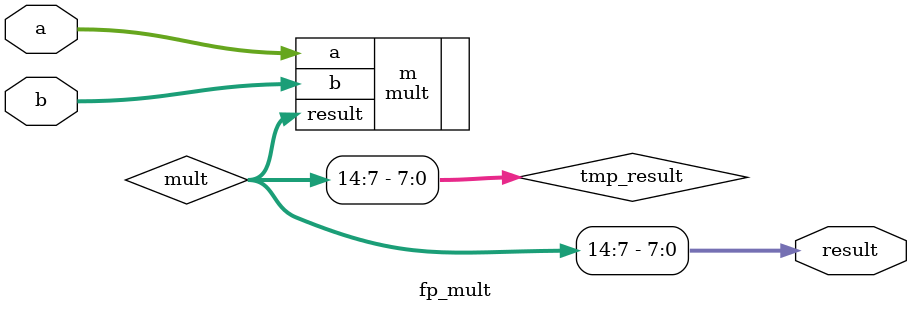
<source format=sv>
`ifndef FP_MULT_SV
`define FP_MULT_SV

`include "src/mult.sv"

module fp_mult #(parameter n = 8, f = 7) (
    input logic signed [n-1:0] a, b,
    output logic signed [n-1:0] result
);

    logic signed [2*n-1:0] mult;
    logic [n-1:0] tmp_result;

    mult #(.n(n)) m (
        .a(a),
        .b(b),
        .result(mult)
    );

    always_comb begin
        tmp_result = mult[n+f-1:f]; // Truncate result and remove fractional part (f-bits)
        `ifdef ROUNDING
            if (mult[f-1] == 1'b1)
                result = tmp_result + 1'b1; // Round if fractional part is greater than 0.5
            else
                result = tmp_result;
        `else
            result = tmp_result;
        `endif
    end
endmodule

`endif
</source>
